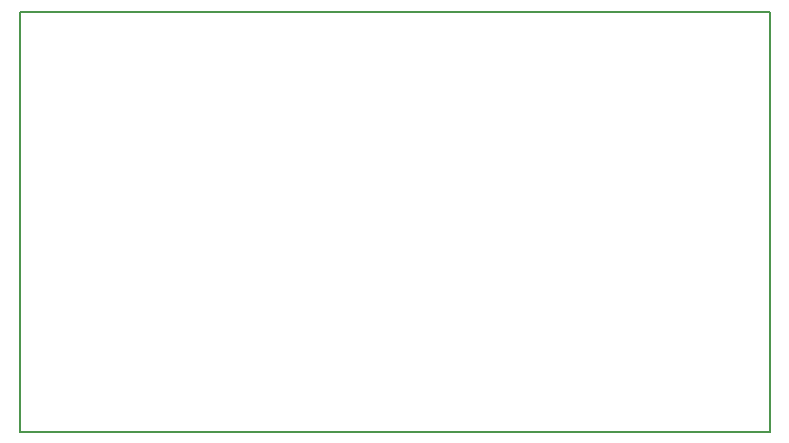
<source format=gbr>
G04 #@! TF.FileFunction,Profile,NP*
%FSLAX46Y46*%
G04 Gerber Fmt 4.6, Leading zero omitted, Abs format (unit mm)*
G04 Created by KiCad (PCBNEW 4.0.4-stable) date 04/18/17 03:45:34*
%MOMM*%
%LPD*%
G01*
G04 APERTURE LIST*
%ADD10C,0.100000*%
%ADD11C,0.150000*%
G04 APERTURE END LIST*
D10*
D11*
X182880000Y-81280000D02*
X119380000Y-81280000D01*
X182880000Y-116840000D02*
X182880000Y-81280000D01*
X119380000Y-116840000D02*
X182880000Y-116840000D01*
X119380000Y-81280000D02*
X119380000Y-116840000D01*
M02*

</source>
